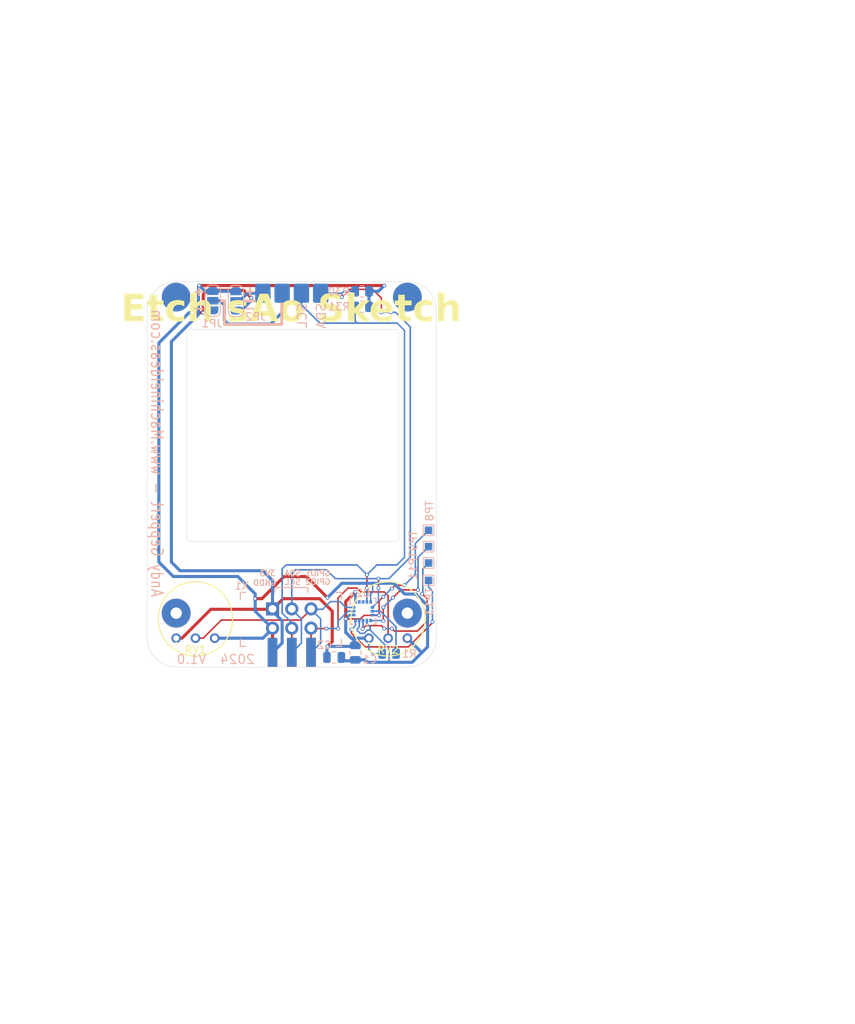
<source format=kicad_pcb>
(kicad_pcb (version 20240108) (generator "pcbnew") (generator_version "8.0")
  (title_block (title "Etch sAo Sketch - PCB Layout") (date "2024-09-27") (rev "1.0") (company "Andy Geppert - Machine Ideas, LLC"))
  (layers (0 "F.Cu" signal) (31 "B.Cu" signal) (34 "B.Paste" user) (35 "F.Paste" user) (36 "B.SilkS" user "B.Silkscreen") (37 "F.SilkS" user "F.Silkscreen") (38 "B.Mask" user) (39 "F.Mask" user) (44 "Edge.Cuts" user))
  (net 0 "")
  (net 1 "VIN")
  (net 2 "Net-(U2-SDO{slash}SA0)")
  (net 3 "GND")
  (net 4 "Net-(U2-INT2)")
  (net 5 "/GPIO2")
  (net 6 "Net-(U2-INT1)")
  (net 7 "Net-(U2-ADC3)")
  (net 9 "/GPIO1")
  (net 11 "/SCL")
  (net 12 "/SDA")
  (net 13 "Net-(JP1-C)")
  (net 14 "Net-(JP2-C)")
  (footprint "Andy_Footprint_Library:POT_RES3_91A_TTE" (layer "F.Cu") (at 65.6082 146.1656)
    (property "Reference" "RV1" (at 2.54 1.524 0) (layer "F.SilkS"))
    (property "Value" "R_POT")
    (fp_circle (center 0 0.635) (end 0.0762 0.635) (stroke (width 0.1524)) (fill none) (layer "F.SilkS"))
    (fp_circle (center 2.54 -2.54) (end 7.4295 -2.54) (stroke (width 0.1524)) (fill none) (layer "F.SilkS"))
    (pad "1" thru_hole circle (at 0 0) (size 1.27 1.27) (drill 0.762) (layers "*.Cu" "*.Mask") (net 1 "VIN"))
    (pad "2" thru_hole circle (at 2.54 0) (size 1.27 1.27) (drill 0.762) (layers "*.Cu" "*.Mask") (net 9 "/GPIO1"))
    (pad "3" thru_hole circle (at 5.08 0) (size 1.27 1.27) (drill 0.762) (layers "*.Cu" "*.Mask") (net 3 "GND"))
  )
  (footprint "Andy_Footprint_Library:Badgelife-SAOv169-BADGE-2x3-Edge-Connect-no-front-text" (layer "F.Cu") (at 80.8482 143.5748)
    (property "Reference" "X1" (at -6.604 -4.318 0) (layer "B.SilkS") (effects (justify mirror)))
    (property "Value" "SAO_conn_SFH11-NBPC-D03-ST-BK")
    (fp_line (start -6.785 -3.45) (end -6.054 -3.45) (stroke (width 0.15)) (layer "B.SilkS"))
    (fp_line (start -6.785 -2.521) (end -6.785 -3.45) (stroke (width 0.15)) (layer "B.SilkS"))
    (fp_line (start -6.785 3.662) (end -6.785 2.733) (stroke (width 0.15)) (layer "B.SilkS"))
    (fp_line (start -6.054 3.662) (end -6.785 3.662) (stroke (width 0.15)) (layer "B.SilkS"))
    (fp_line (start -2.214 -3.451) (end -2.213 -4.085) (stroke (width 0.15)) (layer "B.SilkS"))
    (fp_line (start -2.213 -4.085) (end 2.105 -4.085) (stroke (width 0.15)) (layer "B.SilkS"))
    (fp_line (start 2.105 -4.085) (end 2.105 -3.451) (stroke (width 0.15)) (layer "B.SilkS"))
    (fp_line (start 6.55 -3.45) (end 5.819 -3.45) (stroke (width 0.15)) (layer "B.SilkS"))
    (fp_line (start 6.55 -2.521) (end 6.55 -3.45) (stroke (width 0.15)) (layer "B.SilkS"))
    (fp_line (start 6.55 3.662) (end 5.819 3.662) (stroke (width 0.15)) (layer "B.SilkS"))
    (fp_line (start 6.55 3.662) (end 6.55 2.733) (stroke (width 0.15)) (layer "B.SilkS"))
    (fp_text user "GPIO2" (at 3.429 -4.826 0) (layer "B.SilkS") (effects (font (size 0.75 0.75)) (justify mirror)))
    (fp_text user "GPIO1" (at 3.429 -5.969 0) (layer "B.SilkS") (effects (font (size 0.75 0.75)) (justify mirror)))
    (fp_text user "SCL" (at 0.127 -4.826 0) (layer "B.SilkS") (effects (font (size 0.75 0.75)) (justify mirror)))
    (fp_text user "3V3" (at -3.175 -5.969 0) (layer "B.SilkS") (effects (font (size 0.75 0.75)) (justify mirror)))
    (fp_text user "GNDD" (at -3.556 -4.699 0) (layer "B.SilkS") (effects (font (size 0.75 0.75)) (justify mirror)))
    (fp_text user "SDA" (at 0.127 -5.969 0) (layer "B.SilkS") (effects (font (size 0.75 0.75)) (justify mirror)))
    (pad "1" thru_hole rect (at -2.54 -1.27 270) (size 1.7272 1.7272) (drill 1.016) (layers "*.Cu" "*.Mask") (net 1 "VIN"))
    (pad "1" smd rect (at -2.54 4.445) (size 1.27 3.81) (layers "B.Cu" "B.Mask") (net 1 "VIN"))
    (pad "2" thru_hole circle (at -2.54 1.27 270) (size 1.7272 1.7272) (drill 1.016) (layers "*.Cu" "*.Mask") (net 3 "GND"))
    (pad "2" smd rect (at -2.54 4.445) (size 1.27 3.81) (layers "F.Cu" "F.Mask") (net 3 "GND"))
    (pad "3" thru_hole oval (at 0 -1.27 270) (size 1.7272 1.7272) (drill 1.016) (layers "*.Cu" "*.Mask") (net 12 "/SDA"))
    (pad "3" smd rect (at 0 4.445) (size 1.27 3.81) (layers "B.Cu" "B.Mask") (net 12 "/SDA"))
    (pad "4" thru_hole oval (at 0 1.27 270) (size 1.7272 1.7272) (drill 1.016) (layers "*.Cu" "*.Mask") (net 11 "/SCL"))
    (pad "4" smd rect (at 0 4.445) (size 1.27 3.81) (layers "F.Cu" "F.Mask") (net 11 "/SCL"))
    (pad "5" thru_hole circle (at 2.54 -1.27 270) (size 1.7272 1.7272) (drill 1.016) (layers "*.Cu" "*.Mask") (net 9 "/GPIO1"))
    (pad "5" smd rect (at 2.54 4.445) (size 1.27 3.81) (layers "B.Cu" "B.Mask") (net 9 "/GPIO1"))
    (pad "6" thru_hole circle (at 2.54 1.27 270) (size 1.7272 1.7272) (drill 1.016) (layers "*.Cu" "*.Mask") (net 5 "/GPIO2"))
    (pad "6" smd rect (at 2.54 4.445) (size 1.27 3.81) (layers "F.Cu" "F.Mask") (net 5 "/GPIO2"))
  )
  (footprint "Andy_Footprint_Library:POT_RES3_91A_TTE" (layer "F.Cu") (at 91.0082 146.1656)
    (property "Reference" "RV2" (at 2.54 1.524 0) (layer "F.SilkS"))
    (property "Value" "R_POT")
    (fp_circle (center 0 0.635) (end 0.0762 0.635) (stroke (width 0.1524)) (fill none) (layer "F.SilkS"))
    (fp_circle (center 2.54 -2.54) (end 7.4295 -2.54) (stroke (width 0.1524)) (fill none) (layer "F.SilkS"))
    (pad "1" thru_hole circle (at 0 0) (size 1.27 1.27) (drill 0.762) (layers "*.Cu" "*.Mask") (net 1 "VIN"))
    (pad "2" thru_hole circle (at 2.54 0) (size 1.27 1.27) (drill 0.762) (layers "*.Cu" "*.Mask") (net 5 "/GPIO2"))
    (pad "3" thru_hole circle (at 5.08 0) (size 1.27 1.27) (drill 0.762) (layers "*.Cu" "*.Mask") (net 3 "GND"))
  )
  (footprint "Jumper:SolderJumper-3_P1.3mm_Open_RoundedPad1.0x1.5mm_NumberLabels" (layer "B.Cu") (at 70.4342 101.6856 90)
    (property "Reference" "JP1" (at -3.0018 -0.1016 180) (layer "B.SilkS") (effects (justify mirror)))
    (property "Value" "SolderJumper_3_Open")
    (fp_line (start -1.4 -1) (end 1.4 -1) (stroke (width 0.12)) (layer "B.SilkS"))
    (fp_line (start 2.05 -0.3) (end 2.05 0.3) (stroke (width 0.12)) (layer "B.SilkS"))
    (fp_line (start -2.05 0.3) (end -2.05 -0.3) (stroke (width 0.12)) (layer "B.SilkS"))
    (fp_line (start 1.4 1) (end -1.4 1) (stroke (width 0.12)) (layer "B.SilkS"))
    (fp_arc (start 1.35 -1) (mid 1.844975 -0.794975) (end 2.05 -0.3) (stroke (width 0.12)) (layer "B.SilkS"))
    (fp_arc (start -2.05 -0.3) (mid -1.844975 -0.794975) (end -1.35 -1) (stroke (width 0.12)) (layer "B.SilkS"))
    (fp_arc (start 2.05 0.3) (mid 1.844975 0.794975) (end 1.35 1) (stroke (width 0.12)) (layer "B.SilkS"))
    (fp_arc (start -1.35 1) (mid -1.844975 0.794975) (end -2.05 0.3) (stroke (width 0.12)) (layer "B.SilkS"))
    (pad "1" smd custom (at -1.3 0 90) (size 1 0.5) (layers "B.Cu" "B.Mask") (net 3 "GND") (options (clearance outline) (anchor rect)) (primitives (gr_circle (center 0 -0.25) (end 0.5 -0.25) (width 0) (fill yes)) (gr_circle (center 0 0.25) (end 0.5 0.25) (width 0) (fill yes)) (gr_poly (pts (xy 0.55 -0.75) (xy 0 -0.75) (xy 0 0.75) (xy 0.55 0.75)) (width 0) (fill yes))))
    (pad "2" smd rect (at 0 0 90) (size 1 1.5) (layers "B.Cu" "B.Mask") (net 13 "Net-(JP1-C)"))
    (pad "3" smd custom (at 1.3 0 90) (size 1 0.5) (layers "B.Cu" "B.Mask") (net 1 "VIN") (options (clearance outline) (anchor rect)) (primitives (gr_circle (center 0 -0.25) (end 0.5 -0.25) (width 0) (fill yes)) (gr_circle (center 0 0.25) (end 0.5 0.25) (width 0) (fill yes)) (gr_poly (pts (xy 0 -0.75) (xy -0.55 -0.75) (xy -0.55 0.75) (xy 0 0.75)) (width 0) (fill yes))))
  )
  (footprint "Andy_Footprint_Library:LGA-16_3x3x1mm_STM" (layer "B.Cu") (at 90.2462 142.6096 -90)
    (property "Reference" "U2" (at -2.3876 0 0) (layer "B.SilkS") (effects (justify mirror)))
    (property "Value" "LIS3DHTR")
    (fp_line (start -1.7018 1.7018) (end -0.899411 1.7018) (stroke (width 0.1524)) (layer "B.SilkS"))
    (fp_line (start 0.899411 1.7018) (end 1.7018 1.7018) (stroke (width 0.1524)) (layer "B.SilkS"))
    (fp_line (start 1.7018 1.7018) (end 1.7018 1.399413) (stroke (width 0.1524)) (layer "B.SilkS"))
    (fp_line (start -1.7018 1.399413) (end -1.7018 1.7018) (stroke (width 0.1524)) (layer "B.SilkS"))
    (fp_line (start 1.7018 -1.399413) (end 1.7018 -1.7018) (stroke (width 0.1524)) (layer "B.SilkS"))
    (fp_line (start -1.7018 -1.7018) (end -1.7018 -1.399413) (stroke (width 0.1524)) (layer "B.SilkS"))
    (fp_line (start -0.899411 -1.7018) (end -1.7018 -1.7018) (stroke (width 0.1524)) (layer "B.SilkS"))
    (fp_line (start 1.7018 -1.7018) (end 0.899411 -1.7018) (stroke (width 0.1524)) (layer "B.SilkS"))
    (fp_poly (pts (xy 1.908 -0.309499) (xy 1.908 -0.690499) (xy 1.654 -0.690499) (xy 1.654 -0.309499)) (fill solid) (layer "B.SilkS"))
    (fp_text user "*" (at -2.5146 1.524 180) (layer "B.SilkS") (effects (justify mirror)))
    (pad "1" smd rect (at -1.224999 1.000001 180) (size 0.3556 0.4572) (layers "B.Cu" "B.Paste" "B.Mask") (net 1 "VIN"))
    (pad "2" smd rect (at -1.224999 0.499999 180) (size 0.3556 0.4572) (layers "B.Cu" "B.Paste" "B.Mask"))
    (pad "3" smd rect (at -1.224999 0 180) (size 0.3556 0.4572) (layers "B.Cu" "B.Paste" "B.Mask"))
    (pad "4" smd rect (at -1.224999 -0.499999 180) (size 0.3556 0.4572) (layers "B.Cu" "B.Paste" "B.Mask") (net 11 "/SCL"))
    (pad "5" smd rect (at -1.224999 -1.000001 180) (size 0.3556 0.4572) (layers "B.Cu" "B.Paste" "B.Mask") (net 3 "GND"))
    (pad "6" smd rect (at -0.499999 -1.224999 270) (size 0.3556 0.4572) (layers "B.Cu" "B.Paste" "B.Mask") (net 12 "/SDA"))
    (pad "7" smd rect (at 0 -1.224999 270) (size 0.3556 0.4572) (layers "B.Cu" "B.Paste" "B.Mask") (net 2 "Net-(U2-SDO{slash}SA0)"))
    (pad "8" smd rect (at 0.499999 -1.224999 270) (size 0.3556 0.4572) (layers "B.Cu" "B.Paste" "B.Mask") (net 1 "VIN"))
    (pad "9" smd rect (at 1.224999 -1.000001 180) (size 0.3556 0.4572) (layers "B.Cu" "B.Paste" "B.Mask") (net 4 "Net-(U2-INT2)"))
    (pad "10" smd rect (at 1.224999 -0.499999 180) (size 0.3556 0.4572) (layers "B.Cu" "B.Paste" "B.Mask") (net 3 "GND"))
    (pad "11" smd rect (at 1.224999 0 180) (size 0.3556 0.4572) (layers "B.Cu" "B.Paste" "B.Mask") (net 6 "Net-(U2-INT1)"))
    (pad "12" smd rect (at 1.224999 0.499999 180) (size 0.3556 0.4572) (layers "B.Cu" "B.Paste" "B.Mask") (net 3 "GND"))
    (pad "13" smd rect (at 1.224999 1.000001 180) (size 0.3556 0.4572) (layers "B.Cu" "B.Paste" "B.Mask") (net 7 "Net-(U2-ADC3)"))
    (pad "14" smd rect (at 0.499999 1.224999 270) (size 0.3556 0.4572) (layers "B.Cu" "B.Paste" "B.Mask") (net 1 "VIN"))
    (pad "15" smd rect (at 0 1.224999 270) (size 0.3556 0.4572) (layers "B.Cu" "B.Paste" "B.Mask") (net 5 "/GPIO2"))
    (pad "16" smd rect (at -0.499999 1.224999 270) (size 0.3556 0.4572) (layers "B.Cu" "B.Paste" "B.Mask") (net 9 "/GPIO1"))
  )
  (footprint "TestPoint:TestPoint_Pad_1.0x1.0mm" (layer "B.Cu") (at 98.8822 131.9416 -90)
    (property "Reference" "TP8" (at -2.54 -0.127 90) (layer "B.SilkS") (effects (justify mirror)))
    (property "Value" "TestPoint")
    (fp_line (start -0.7 0.7) (end -0.7 -0.7) (stroke (width 0.12)) (layer "B.SilkS"))
    (fp_line (start 0.7 0.7) (end -0.7 0.7) (stroke (width 0.12)) (layer "B.SilkS"))
    (fp_line (start -0.7 -0.7) (end 0.7 -0.7) (stroke (width 0.12)) (layer "B.SilkS"))
    (fp_line (start 0.7 -0.7) (end 0.7 0.7) (stroke (width 0.12)) (layer "B.SilkS"))
    (pad "1" smd rect (at 0 0 270) (size 1 1) (layers "B.Cu" "B.Mask") (net 1 "VIN"))
  )
  (footprint "Resistor_SMD:R_0805_2012Metric" (layer "B.Cu") (at 90.1192 100.4456 180)
    (property "Reference" "R30" (at 3.048 -0.0508 0) (layer "B.SilkS") (effects (justify mirror)))
    (property "Value" "10K")
    (fp_line (start 0.227064 0.735) (end -0.227064 0.735) (stroke (width 0.12)) (layer "B.SilkS"))
    (fp_line (start 0.227064 -0.735) (end -0.227064 -0.735) (stroke (width 0.12)) (layer "B.SilkS"))
    (pad "1" smd roundrect (at -0.9125 0 180) (size 1.025 1.4) (layers "B.Cu" "B.Paste" "B.Mask") (roundrect_rratio 0.243902) (net 1 "VIN"))
    (pad "2" smd roundrect (at 0.9125 0 180) (size 1.025 1.4) (layers "B.Cu" "B.Paste" "B.Mask") (roundrect_rratio 0.243902) (net 12 "/SDA"))
  )
  (footprint "Andy_Footprint_Library:OLED_1.50_128x128" (layer "B.Cu") (at 80.8482 122.0356 180)
    (property "Reference" "X3" (hide yes))
    (property "Value" "OLED_128x128")
    (fp_line (start 13.843 -10.862) (end 13.843 16.062) (stroke (width 0.05)) (layer "Edge.Cuts"))
    (fp_line (start 13.335 16.57) (end -13.589 16.57) (stroke (width 0.05)) (layer "Edge.Cuts"))
    (fp_line (start -13.589 -11.37) (end 13.335 -11.37) (stroke (width 0.05)) (layer "Edge.Cuts"))
    (fp_line (start -14.097 16.062) (end -14.097 -10.862) (stroke (width 0.05)) (layer "Edge.Cuts"))
    (fp_arc (start 13.843 16.062) (mid 13.69421 16.42121) (end 13.335 16.57) (stroke (width 0.05)) (layer "Edge.Cuts"))
    (fp_arc (start 13.335 -11.37) (mid 13.69421 -11.22121) (end 13.843 -10.862) (stroke (width 0.05)) (layer "Edge.Cuts"))
    (fp_arc (start -13.589 16.57) (mid -13.94821 16.42121) (end -14.097 16.062) (stroke (width 0.05)) (layer "Edge.Cuts"))
    (fp_arc (start -14.097 -10.862) (mid -13.94821 -11.22121) (end -13.589 -11.37) (stroke (width 0.05)) (layer "Edge.Cuts"))
    (pad "1" smd roundrect (at 3.81 21.336 180) (size 2.032 2.54) (layers "B.Cu" "B.Paste" "B.Mask") (roundrect_rratio 0.125) (net 14 "Net-(JP2-C)"))
    (pad "2" smd roundrect (at 1.27 21.336 180) (size 2.032 2.54) (layers "B.Cu" "B.Paste" "B.Mask") (roundrect_rratio 0.125) (net 13 "Net-(JP1-C)"))
    (pad "3" smd roundrect (at -1.27 21.336 180) (size 2.032 2.54) (layers "B.Cu" "B.Paste" "B.Mask") (roundrect_rratio 0.125) (net 11 "/SCL"))
    (pad "4" smd roundrect (at -3.81 21.336 180) (size 2.032 2.54) (layers "B.Cu" "B.Paste" "B.Mask") (roundrect_rratio 0.125) (net 12 "/SDA"))
    (pad "NC" thru_hole circle (at -15.24 -20.828 180) (size 3.81 3.81) (drill 1.5) (layers "*.Cu" "*.Mask"))
    (pad "NC" smd circle (at -15.24 20.828 180) (size 3.81 3.81) (layers "B.Cu" "B.Paste" "B.Mask"))
    (pad "NC" thru_hole circle (at 15.24 -20.828 180) (size 3.81 3.81) (drill 1.5) (layers "*.Cu" "*.Mask"))
    (pad "NC" smd circle (at 15.24 20.828 180) (size 3.81 3.81) (layers "B.Cu" "B.Paste" "B.Mask"))
  )
  (footprint "Resistor_SMD:R_0805_2012Metric" (layer "B.Cu") (at 93.6752 148.1976)
    (property "Reference" "R1" (at 2.667 0 0) (layer "B.SilkS") (effects (justify mirror)))
    (property "Value" "10K")
    (fp_line (start 0.227064 -0.735) (end -0.227064 -0.735) (stroke (width 0.12)) (layer "B.SilkS"))
    (fp_line (start 0.227064 0.735) (end -0.227064 0.735) (stroke (width 0.12)) (layer "B.SilkS"))
    (pad "1" smd roundrect (at -0.9125 0) (size 1.025 1.4) (layers "B.Cu" "B.Paste" "B.Mask") (roundrect_rratio 0.243902) (net 1 "VIN"))
    (pad "2" smd roundrect (at 0.9125 0) (size 1.025 1.4) (layers "B.Cu" "B.Paste" "B.Mask") (roundrect_rratio 0.243902) (net 2 "Net-(U2-SDO{slash}SA0)"))
  )
  (footprint "Resistor_SMD:R_0805_2012Metric" (layer "B.Cu") (at 90.1192 102.4776 180)
    (property "Reference" "R31" (at 3.048 0 0) (layer "B.SilkS") (effects (justify mirror)))
    (property "Value" "10K")
    (fp_line (start 0.227064 0.735) (end -0.227064 0.735) (stroke (width 0.12)) (layer "B.SilkS"))
    (fp_line (start 0.227064 -0.735) (end -0.227064 -0.735) (stroke (width 0.12)) (layer "B.SilkS"))
    (pad "1" smd roundrect (at -0.9125 0 180) (size 1.025 1.4) (layers "B.Cu" "B.Paste" "B.Mask") (roundrect_rratio 0.243902) (net 1 "VIN"))
    (pad "2" smd roundrect (at 0.9125 0 180) (size 1.025 1.4) (layers "B.Cu" "B.Paste" "B.Mask") (roundrect_rratio 0.243902) (net 11 "/SCL"))
  )
  (footprint "Capacitor_SMD:C_0805_2012Metric" (layer "B.Cu") (at 89.2302 148.0706 -90)
    (property "Reference" "C1" (at 0.889 -1.905 180) (layer "B.SilkS") (effects (justify mirror)))
    (property "Value" "0.1uF")
    (fp_line (start 0.261252 0.735) (end -0.261252 0.735) (stroke (width 0.12)) (layer "B.SilkS"))
    (fp_line (start 0.261252 -0.735) (end -0.261252 -0.735) (stroke (width 0.12)) (layer "B.SilkS"))
    (pad "1" smd roundrect (at -0.95 0 270) (size 1 1.45) (layers "B.Cu" "B.Paste" "B.Mask") (net 1 "VIN"))
    (pad "2" smd roundrect (at 0.95 0 270) (size 1 1.45) (layers "B.Cu" "B.Paste" "B.Mask") (net 3 "GND"))
  )
  (footprint "Capacitor_SMD:C_0805_2012Metric" (layer "B.Cu") (at 86.4362 148.7056)
    (property "Reference" "C2" (at -1.27 -1.651 0) (layer "B.SilkS") (effects (justify mirror)))
    (property "Value" "10uF")
    (fp_line (start 0.261252 -0.735) (end -0.261252 -0.735) (stroke (width 0.12)) (layer "B.SilkS"))
    (fp_line (start 0.261252 0.735) (end -0.261252 0.735) (stroke (width 0.12)) (layer "B.SilkS"))
    (pad "1" smd roundrect (at -0.95 0) (size 1 1.45) (layers "B.Cu" "B.Paste" "B.Mask") (net 1 "VIN"))
    (pad "2" smd roundrect (at 0.95 0) (size 1 1.45) (layers "B.Cu" "B.Paste" "B.Mask") (net 3 "GND"))
  )
  (footprint "TestPoint:TestPoint_Pad_1.0x1.0mm" (layer "B.Cu") (at 98.8822 138.5456 -90)
    (property "Reference" "TP13" (at 2.794 -0.127 90) (layer "B.SilkS") (effects (justify mirror)))
    (property "Value" "TestPoint")
    (fp_line (start -0.7 0.7) (end -0.7 -0.7) (stroke (width 0.12)) (layer "B.SilkS"))
    (fp_line (start 0.7 0.7) (end -0.7 0.7) (stroke (width 0.12)) (layer "B.SilkS"))
    (fp_line (start -0.7 -0.7) (end 0.7 -0.7) (stroke (width 0.12)) (layer "B.SilkS"))
    (fp_line (start 0.7 -0.7) (end 0.7 0.7) (stroke (width 0.12)) (layer "B.SilkS"))
    (pad "1" smd rect (at 0 0 270) (size 1 1) (layers "B.Cu" "B.Mask") (net 7 "Net-(U2-ADC3)"))
  )
  (footprint "TestPoint:TestPoint_Pad_1.0x1.0mm" (layer "B.Cu") (at 98.8822 136.2596 -90)
    (property "Reference" "TP11" (at 0.381 2.032 90) (layer "B.SilkS") (effects (justify mirror)))
    (property "Value" "TestPoint")
    (fp_line (start -0.7 0.7) (end -0.7 -0.7) (stroke (width 0.12)) (layer "B.SilkS"))
    (fp_line (start 0.7 0.7) (end -0.7 0.7) (stroke (width 0.12)) (layer "B.SilkS"))
    (fp_line (start -0.7 -0.7) (end 0.7 -0.7) (stroke (width 0.12)) (layer "B.SilkS"))
    (fp_line (start 0.7 -0.7) (end 0.7 0.7) (stroke (width 0.12)) (layer "B.SilkS"))
    (pad "1" smd rect (at 0 0 270) (size 1 1) (layers "B.Cu" "B.Mask") (net 6 "Net-(U2-INT1)"))
  )
  (footprint "TestPoint:TestPoint_Pad_1.0x1.0mm" (layer "B.Cu") (at 98.8822 134.1006 -90)
    (property "Reference" "TP9" (at -0.762 2.032 90) (layer "B.SilkS") (effects (justify mirror)))
    (property "Value" "TestPoint")
    (fp_line (start -0.7 0.7) (end -0.7 -0.7) (stroke (width 0.12)) (layer "B.SilkS"))
    (fp_line (start 0.7 0.7) (end -0.7 0.7) (stroke (width 0.12)) (layer "B.SilkS"))
    (fp_line (start -0.7 -0.7) (end 0.7 -0.7) (stroke (width 0.12)) (layer "B.SilkS"))
    (fp_line (start 0.7 -0.7) (end 0.7 0.7) (stroke (width 0.12)) (layer "B.SilkS"))
    (pad "1" smd rect (at 0 0 270) (size 1 1) (layers "B.Cu" "B.Mask") (net 4 "Net-(U2-INT2)"))
  )
  (footprint "Jumper:SolderJumper-3_P1.3mm_Open_RoundedPad1.0x1.5mm_NumberLabels" (layer "B.Cu") (at 73.4822 101.7156 90)
    (property "Reference" "JP2" (at -2.0828 2.5908 0) (layer "B.SilkS") (effects (justify mirror)))
    (property "Value" "SolderJumper_3_Open")
    (fp_line (start -1.4 -1) (end 1.4 -1) (stroke (width 0.12)) (layer "B.SilkS"))
    (fp_line (start 2.05 -0.3) (end 2.05 0.3) (stroke (width 0.12)) (layer "B.SilkS"))
    (fp_line (start -2.05 0.3) (end -2.05 -0.3) (stroke (width 0.12)) (layer "B.SilkS"))
    (fp_line (start 1.4 1) (end -1.4 1) (stroke (width 0.12)) (layer "B.SilkS"))
    (fp_arc (start 1.35 -1) (mid 1.844975 -0.794975) (end 2.05 -0.3) (stroke (width 0.12)) (layer "B.SilkS"))
    (fp_arc (start -2.05 -0.3) (mid -1.844975 -0.794975) (end -1.35 -1) (stroke (width 0.12)) (layer "B.SilkS"))
    (fp_arc (start 2.05 0.3) (mid 1.844975 0.794975) (end 1.35 1) (stroke (width 0.12)) (layer "B.SilkS"))
    (fp_arc (start -1.35 1) (mid -1.844975 0.794975) (end -2.05 0.3) (stroke (width 0.12)) (layer "B.SilkS"))
    (pad "1" smd custom (at -1.3 0 90) (size 1 0.5) (layers "B.Cu" "B.Mask") (net 3 "GND") (options (clearance outline) (anchor rect)) (primitives (gr_circle (center 0 -0.25) (end 0.5 -0.25) (width 0) (fill yes)) (gr_circle (center 0 0.25) (end 0.5 0.25) (width 0) (fill yes)) (gr_poly (pts (xy 0.55 -0.75) (xy 0 -0.75) (xy 0 0.75) (xy 0.55 0.75)) (width 0) (fill yes))))
    (pad "2" smd rect (at 0 0 90) (size 1 1.5) (layers "B.Cu" "B.Mask") (net 14 "Net-(JP2-C)"))
    (pad "3" smd custom (at 1.3 0 90) (size 1 0.5) (layers "B.Cu" "B.Mask") (net 1 "VIN") (options (clearance outline) (anchor rect)) (primitives (gr_circle (center 0 -0.25) (end 0.5 -0.25) (width 0) (fill yes)) (gr_circle (center 0 0.25) (end 0.5 0.25) (width 0) (fill yes)) (gr_poly (pts (xy 0 -0.75) (xy -0.55 -0.75) (xy -0.55 0.75) (xy 0 0.75)) (width 0) (fill yes))))
  )
  (gr_line (start 71.9836 104.8144) (end 79.5274 104.8144) (stroke (width 0.381)) (layer "B.SilkS"))
  (gr_line (start 71.5518 101.6902) (end 71.9836 101.6902) (stroke (width 0.381)) (layer "B.SilkS"))
  (gr_line (start 71.9836 101.6902) (end 71.9836 104.8144) (stroke (width 0.381)) (layer "B.SilkS"))
  (gr_line (start 74.6252 101.7156) (end 75.9206 101.7156) (stroke (width 0.381)) (layer "B.SilkS"))
  (gr_line (start 79.5274 104.8144) (end 79.5274 102.0966) (stroke (width 0.381)) (layer "B.SilkS"))
  (gr_line (start 99.8982 102.9856) (end 99.8982 146.1656) (stroke (width 0.05)) (layer "Edge.Cuts"))
  (gr_arc (start 61.7982 102.9856) (mid 62.914123 100.291523) (end 65.6082 99.1756) (stroke (width 0.05)) (layer "Edge.Cuts"))
  (gr_line (start 61.7982 146.1656) (end 61.7982 102.9856) (stroke (width 0.05)) (layer "Edge.Cuts"))
  (gr_arc (start 96.0882 99.1756) (mid 98.782277 100.291523) (end 99.8982 102.9856) (stroke (width 0.05)) (layer "Edge.Cuts"))
  (gr_line (start 65.6082 149.9756) (end 96.0882 149.9756) (stroke (width 0.05)) (layer "Edge.Cuts"))
  (gr_arc (start 99.8982 146.1656) (mid 98.782277 148.859677) (end 96.0882 149.9756) (stroke (width 0.05)) (layer "Edge.Cuts"))
  (gr_arc (start 65.6082 149.9756) (mid 62.914123 148.859677) (end 61.7982 146.1656) (stroke (width 0.05)) (layer "Edge.Cuts"))
  (gr_line (start 65.6082 99.1756) (end 96.0882 99.1756) (stroke (width 0.05)) (layer "Edge.Cuts"))
  (gr_text "-" (at 75.311 102.8078 -180) (layer "B.SilkS") (effects (font (size 1.2 1.2) (thickness 0.254)) (justify mirror)))
  (gr_text "SCL" (at 82.2198 103.646 90) (layer "B.SilkS") (effects (font (size 1.2 1.2) (thickness 0.1524)) (justify mirror)))
  (gr_text "SDA" (at 84.7344 103.6714 90) (layer "B.SilkS") (effects (font (size 1.2 1.2) (thickness 0.1524)) (justify mirror)))
  (gr_text "+" (at 75.3364 100.3948 0) (layer "B.SilkS") (effects (font (size 1.2 1.2) (thickness 0.254)) (justify mirror)))
  (gr_text "+" (at 68.6308 100.4202 0) (layer "B.SilkS") (effects (font (size 1.2 1.2) (thickness 0.254)) (justify mirror)))
  (gr_text "2024  V1.0" (at 70.8152 148.9596 0) (layer "B.SilkS") (effects (font (size 1.2 1.2)) (justify mirror)))
  (gr_text "-" (at 68.6054 102.8332 -180) (layer "B.SilkS") (effects (font (size 1.2 1.2) (thickness 0.254)) (justify mirror)))
  (gr_text "Andy Geppert - www.MachineIdeas.com" (at 63.0682 121.7816 270) (layer "B.SilkS") (effects (font (size 1.524 1.27) (thickness 0.1778)) (justify mirror)))
  (gr_text "Etch sAo Sketch" (at 80.772 104.9922 0) (layer "F.SilkS") (effects (font (size 3.556 3.556) (thickness 0.508) (bold yes)) (justify bottom)))
  (segment (start 93.0402 99.6836) (end 68.6562 99.6836) (width 0.4064) (layer "F.Cu") (net 1))
  (segment (start 92.363489 141.254311) (end 92.9132 140.7046) (width 0.2032) (layer "F.Cu") (net 1))
  (segment (start 95.7072 139.1806) (end 94.509042 139.1806) (width 0.2032) (layer "F.Cu") (net 1))
  (segment (start 87.9602 143.6256) (end 89.916 143.6256) (width 0.2032) (layer "F.Cu") (net 1))
  (segment (start 89.916 143.6256) (end 90.382289 143.159311) (width 0.2032) (layer "F.Cu") (net 1))
  (segment (start 70.1802 142.3556) (end 78.3082 142.3556) (width 0.4064) (layer "F.Cu") (net 1))
  (segment (start 65.6082 146.1656) (end 66.3702 146.1656) (width 0.4064) (layer "F.Cu") (net 1))
  (segment (start 86.1822 146.6126) (end 86.1822 142.6096) (width 0.4064) (layer "F.Cu") (net 1))
  (segment (start 85.5472 147.2476) (end 86.1822 146.6126) (width 0.4064) (layer "F.Cu") (net 1))
  (segment (start 66.3702 146.1656) (end 70.1802 142.3556) (width 0.4064) (layer "F.Cu") (net 1))
  (segment (start 92.363489 143.159311) (end 92.363489 141.254311) (width 0.2032) (layer "F.Cu") (net 1))
  (segment (start 94.509042 139.1806) (end 94.0562 139.633442) (width 0.2032) (layer "F.Cu") (net 1))
  (segment (start 86.1822 142.6096) (end 84.5312 140.9586) (width 0.4064) (layer "F.Cu") (net 1))
  (segment (start 79.7052 140.9586) (end 78.3082 142.3556) (width 0.4064) (layer "F.Cu") (net 1))
  (segment (start 84.5312 140.9586) (end 79.7052 140.9586) (width 0.4064) (layer "F.Cu") (net 1))
  (segment (start 90.382289 143.159311) (end 92.363489 143.159311) (width 0.2032) (layer "F.Cu") (net 1))
  (segment (start 87.9602 143.6256) (end 87.9602 141.3396) (width 0.4064) (layer "F.Cu") (net 1))
  (segment (start 87.9602 141.3396) (end 89.2302 140.0696) (width 0.4064) (layer "F.Cu") (net 1))
  (via (at 95.7072 139.1806) (size 0.508) (drill 0.3048) (layers "F.Cu" "B.Cu") (net 1))
  (via (at 94.0562 139.633442) (size 0.508) (drill 0.3048) (layers "F.Cu" "B.Cu") (net 1))
  (via (at 87.9602 143.6256) (size 0.508) (drill 0.3048) (layers "F.Cu" "B.Cu") (net 1))
  (via (at 85.5472 147.2476) (size 0.508) (drill 0.3048) (layers "F.Cu" "B.Cu") (net 1))
  (via (at 89.2302 140.0696) (size 0.508) (drill 0.3048) (layers "F.Cu" "B.Cu") (net 1))
  (via (at 92.9132 140.7046) (size 0.508) (drill 0.3048) (layers "F.Cu" "B.Cu") (net 1))
  (via (at 92.363489 143.159311) (size 0.508) (drill 0.3048) (layers "F.Cu" "B.Cu") (net 1))
  (via (at 68.6562 99.6836) (size 0.508) (drill 0.3048) (layers "F.Cu" "B.Cu") (net 1))
  (via (at 93.0402 99.6836) (size 0.508) (drill 0.3048) (layers "F.Cu" "B.Cu") (net 1))
  (segment (start 91.0317 100.4456) (end 91.0317 102.4776) (width 0.4064) (layer "B.Cu") (net 1))
  (segment (start 91.5162 148.1976) (end 92.7627 148.1976) (width 0.2032) (layer "B.Cu") (net 1))
  (segment (start 88.7222 146.1656) (end 91.0082 146.1656) (width 0.4064) (layer "B.Cu") (net 1))
  (segment (start 91.471199 143.109599) (end 92.313777 143.109599) (width 0.2032) (layer "B.Cu") (net 1))
  (segment (start 78.3082 138.5456) (end 78.3082 142.3556) (width 0.4064) (layer "B.Cu") (net 1))
  (segment (start 69.4182 100.4456) (end 73.1682 100.4456) (width 0.4064) (layer "B.Cu") (net 1))
  (segment (start 92.313777 143.109599) (end 92.363489 143.159311) (width 0.2032) (layer "B.Cu") (net 1))
  (segment (start 89.2302 146.6736) (end 87.9602 145.4036) (width 0.4064) (layer "B.Cu") (net 1))
  (segment (start 87.9602 145.4036) (end 87.9602 144.6181) (width 0.4064) (layer "B.Cu") (net 1))
  (segment (start 94.0562 139.633442) (end 93.984358 139.633442) (width 0.2032) (layer "B.Cu") (net 1))
  (segment (start 88.476201 143.109599) (end 87.9602 143.6256) (width 0.3048) (layer "B.Cu") (net 1))
  (segment (start 89.2302 147.1206) (end 89.2302 146.6736) (width 0.4064) (layer "B.Cu") (net 1))
  (segment (start 79.5782 143.8796) (end 79.5782 146.8006) (width 0.4064) (layer "B.Cu") (net 1))
  (segment (start 91.0082 146.1656) (end 91.0082 147.6896) (width 0.2032) (layer "B.Cu") (net 1))
  (segment (start 64.9732 107.075) (end 64.9732 136.1326) (width 0.4064) (layer "B.Cu") (net 1))
  (segment (start 89.1032 147.2476) (end 89.2302 147.1206) (width 0.4064) (layer "B.Cu") (net 1))
  (segment (start 89.2302 140.5776) (end 89.2302 141.368602) (width 0.3048) (layer "B.Cu") (net 1))
  (segment (start 97.138017 137.749783) (end 95.7072 139.1806) (width 0.2032) (layer "B.Cu") (net 1))
  (segment (start 87.9602 143.6256) (end 87.9602 144.6181) (width 0.4064) (layer "B.Cu") (net 1))
  (segment (start 78.3082 142.6096) (end 79.5782 143.8796) (width 0.4064) (layer "B.Cu") (net 1))
  (segment (start 64.9732 136.1326) (end 66.1162 137.2756) (width 0.4064) (layer "B.Cu") (net 1))
  (segment (start 68.6562 99.6836) (end 68.5546 99.7852) (width 0.4064) (layer "B.Cu") (net 1))
  (segment (start 77.0382 137.2756) (end 78.3082 138.5456) (width 0.4064) (layer "B.Cu") (net 1))
  (segment (start 68.5546 103.4936) (end 64.9732 107.075) (width 0.4064) (layer "B.Cu") (net 1))
  (segment (start 91.0082 147.6896) (end 91.5162 148.1976) (width 0.2032) (layer "B.Cu") (net 1))
  (segment (start 85.5472 147.2476) (end 89.1032 147.2476) (width 0.4064) (layer "B.Cu") (net 1))
  (segment (start 85.5472 147.2476) (end 85.4862 147.3086) (width 0.4064) (layer "B.Cu") (net 1))
  (segment (start 97.138017 133.685783) (end 97.138017 137.749783) (width 0.2032) (layer "B.Cu") (net 1))
  (segment (start 92.2782 100.4456) (end 91.0317 100.4456) (width 0.4064) (layer "B.Cu") (net 1))
  (segment (start 85.4862 147.3086) (end 85.4862 148.7056) (width 0.4064) (layer "B.Cu") (net 1))
  (segment (start 68.5546 99.7852) (end 68.5546 103.4936) (width 0.4064) (layer "B.Cu") (net 1))
  (segment (start 93.0402 99.6836) (end 92.2782 100.4456) (width 0.4064) (layer "B.Cu") (net 1))
  (segment (start 98.8822 131.9416) (end 97.138017 133.685783) (width 0.2032) (layer "B.Cu") (net 1))
  (segment (start 93.984358 139.633442) (end 92.9132 140.7046) (width 0.2032) (layer "B.Cu") (net 1))
  (segment (start 89.021201 143.109599) (end 88.476201 143.109599) (width 0.3048) (layer "B.Cu") (net 1))
  (segment (start 89.2302 140.0696) (end 89.2302 140.5776) (width 0.4064) (layer "B.Cu") (net 1))
  (segment (start 79.5782 146.8006) (end 78.3082 148.0706) (width 0.4064) (layer "B.Cu") (net 1))
  (segment (start 68.6562 99.6836) (end 69.4182 100.4456) (width 0.4064) (layer "B.Cu") (net 1))
  (segment (start 78.3082 142.3556) (end 78.3082 142.6096) (width 0.4064) (layer "B.Cu") (net 1))
  (segment (start 66.1162 137.2756) (end 77.0382 137.2756) (width 0.4064) (layer "B.Cu") (net 1))
  (segment (start 87.9602 145.4036) (end 88.7222 146.1656) (width 0.4064) (layer "B.Cu") (net 1))
  (segment (start 91.471199 142.6096) (end 92.5322 142.6096) (width 0.2032) (layer "B.Cu") (net 2))
  (segment (start 94.5877 144.6651) (end 94.5877 148.1976) (width 0.2032) (layer "B.Cu") (net 2))
  (segment (start 92.5322 142.6096) (end 94.5877 144.6651) (width 0.2032) (layer "B.Cu") (net 2))
  (segment (start 69.1642 103.265) (end 69.1642 100.903332) (width 0.4064) (layer "F.Cu") (net 3))
  (segment (start 67.7418 103.265) (end 69.1642 103.265) (width 0.4064) (layer "F.Cu") (net 3))
  (segment (start 69.748932 100.3186) (end 74.5236 100.3186) (width 0.4064) (layer "F.Cu") (net 3))
  (segment (start 78.3082 144.8956) (end 78.3082 148.0706) (width 0.4064) (layer "F.Cu") (net 3))
  (segment (start 76.9112 140.9586) (end 79.8322 138.0376) (width 0.4064) (layer "F.Cu") (net 3))
  (segment (start 69.1642 100.903332) (end 69.748932 100.3186) (width 0.4064) (layer "F.Cu") (net 3))
  (segment (start 82.7532 138.0376) (end 85.5472 140.8316) (width 0.4064) (layer "F.Cu") (net 3))
  (segment (start 76.0222 140.9586) (end 76.9112 140.9586) (width 0.4064) (layer "F.Cu") (net 3))
  (segment (start 74.5236 100.3186) (end 75.5142 101.3092) (width 0.4064) (layer "F.Cu") (net 3))
  (segment (start 79.8322 138.0376) (end 82.7532 138.0376) (width 0.4064) (layer "F.Cu") (net 3))
  (via (at 85.5472 140.8316) (size 0.508) (drill 0.3048) (layers "F.Cu" "B.Cu") (net 3))
  (via (at 69.1642 103.265) (size 0.508) (drill 0.3048) (layers "F.Cu" "B.Cu") (net 3))
  (via (at 76.0222 140.9586) (size 0.508) (drill 0.3048) (layers "F.Cu" "B.Cu") (net 3))
  (via (at 67.7418 103.265) (size 0.508) (drill 0.3048) (layers "F.Cu" "B.Cu") (net 3))
  (via (at 75.5142 101.3092) (size 0.508) (drill 0.3048) (layers "F.Cu" "B.Cu") (net 3))
  (segment (start 90.746199 144.248997) (end 91.192318 144.695116) (width 0.2032) (layer "B.Cu") (net 3))
  (segment (start 89.746201 143.834599) (end 89.746201 144.677178) (width 0.2032) (layer "B.Cu") (net 3))
  (segment (start 73.7362 138.0376) (end 76.0222 140.3236) (width 0.4064) (layer "B.Cu") (net 3))
  (segment (start 91.246201 140.339599) (end 91.246201 141.384601) (width 0.2032) (layer "B.Cu") (net 3))
  (segment (start 91.5162 138.9266) (end 91.5162 140.0696) (width 0.2032) (layer "B.Cu") (net 3))
  (segment (start 87.4522 138.9266) (end 91.5162 138.9266) (width 0.4064) (layer "B.Cu") (net 3))
  (segment (start 94.3102 138.9266) (end 95.7326 140.349) (width 0.4064) (layer "B.Cu") (net 3))
  (segment (start 90.8202 149.3406) (end 93.6752 149.3406) (width 0.4064) (layer "B.Cu") (net 3))
  (segment (start 63.3222 107.2528) (end 63.3222 136.1326) (width 0.4064) (layer "B.Cu") (net 3))
  (segment (start 63.3222 136.1326) (end 65.2272 138.0376) (width 0.4064) (layer "B.Cu") (net 3))
  (segment (start 65.2272 138.0376) (end 73.7362 138.0376) (width 0.4064) (layer "B.Cu") (net 3))
  (segment (start 97.204086 140.349) (end 98.7552 141.900114) (width 0.4064) (layer "B.Cu") (net 3))
  (segment (start 91.192318 145.092482) (end 93.6752 147.575364) (width 0.2032) (layer "B.Cu") (net 3))
  (segment (start 90.385964 145.5306) (end 90.824082 145.092482) (width 0.2032) (layer "B.Cu") (net 3))
  (segment (start 69.4936 103.265) (end 69.773 102.9856) (width 0.4064) (layer "B.Cu") (net 3))
  (segment (start 93.6752 147.575364) (end 93.6752 149.3406) (width 0.2032) (layer "B.Cu") (net 3))
  (segment (start 70.6882 146.1656) (end 77.0382 146.1656) (width 0.4064) (layer "B.Cu") (net 3))
  (segment (start 76.0222 140.3236) (end 76.0222 140.9586) (width 0.4064) (layer "B.Cu") (net 3))
  (segment (start 85.5472 140.8316) (end 87.4522 138.9266) (width 0.4064) (layer "B.Cu") (net 3))
  (segment (start 89.8652 145.5306) (end 90.385964 145.5306) (width 0.2032) (layer "B.Cu") (net 3))
  (segment (start 90.824082 145.092482) (end 91.192318 145.092482) (width 0.2032) (layer "B.Cu") (net 3))
  (segment (start 95.7326 140.349) (end 97.204086 140.349) (width 0.4064) (layer "B.Cu") (net 3))
  (segment (start 90.746199 143.834599) (end 90.746199 144.248997) (width 0.2032) (layer "B.Cu") (net 3))
  (segment (start 89.4842 144.939179) (end 89.4842 145.1496) (width 0.2032) (layer "B.Cu") (net 3))
  (segment (start 97.6122 148.4516) (end 96.7232 149.3406) (width 0.4064) (layer "B.Cu") (net 3))
  (segment (start 91.192318 144.695116) (end 91.192318 145.092482) (width 0.2032) (layer "B.Cu") (net 3))
  (segment (start 77.0382 146.1656) (end 78.3082 144.8956) (width 0.4064) (layer "B.Cu") (net 3))
  (segment (start 98.7552 147.3086) (end 97.6122 148.4516) (width 0.4064) (layer "B.Cu") (net 3))
  (segment (start 91.5162 140.0696) (end 91.246201 140.339599) (width 0.2032) (layer "B.Cu") (net 3))
  (segment (start 89.1032 149.1476) (end 87.1982 149.1476) (width 0.4064) (layer "B.Cu") (net 3))
  (segment (start 75.5142 101.6448) (end 74.1434 103.0156) (width 0.4064) (layer "B.Cu") (net 3))
  (segment (start 76.0222 142.6096) (end 78.3082 144.8956) (width 0.4064) (layer "B.Cu") (net 3))
  (segment (start 97.9932 148.0706) (end 97.6122 148.4516) (width 0.2032) (layer "B.Cu") (net 3))
  (segment (start 98.7552 141.900114) (end 98.7552 147.3086) (width 0.4064) (layer "B.Cu") (net 3))
  (segment (start 76.0222 140.9586) (end 76.0222 142.6096) (width 0.4064) (layer "B.Cu") (net 3))
  (segment (start 89.746201 144.677178) (end 89.4842 144.939179) (width 0.2032) (layer "B.Cu") (net 3))
  (segment (start 89.2302 149.0206) (end 89.1032 149.1476) (width 0.4064) (layer "B.Cu") (net 3))
  (segment (start 91.5162 138.9266) (end 94.3102 138.9266) (width 0.4064) (layer "B.Cu") (net 3))
  (segment (start 96.7232 149.3406) (end 93.6752 149.3406) (width 0.4064) (layer "B.Cu") (net 3))
  (segment (start 89.2302 149.0206) (end 90.5002 149.0206) (width 0.4064) (layer "B.Cu") (net 3))
  (segment (start 89.4842 145.1496) (end 89.8652 145.5306) (width 0.2032) (layer "B.Cu") (net 3))
  (segment (start 69.773 102.9856) (end 70.4342 102.9856) (width 0.4064) (layer "B.Cu") (net 3))
  (segment (start 74.1434 103.0156) (end 73.4822 103.0156) (width 0.4064) (layer "B.Cu") (net 3))
  (segment (start 67.7418 103.265) (end 67.31 103.265) (width 0.4064) (layer "B.Cu") (net 3))
  (segment (start 75.5142 101.3092) (end 75.5142 101.6448) (width 0.4064) (layer "B.Cu") (net 3))
  (segment (start 96.0882 146.1656) (end 97.9932 148.0706) (width 0.4064) (layer "B.Cu") (net 3))
  (segment (start 69.1642 103.265) (end 69.4936 103.265) (width 0.4064) (layer "B.Cu") (net 3))
  (segment (start 90.5002 149.0206) (end 90.8202 149.3406) (width 0.4064) (layer "B.Cu") (net 3))
  (segment (start 67.31 103.265) (end 63.3222 107.2528) (width 0.4064) (layer "B.Cu") (net 3))
  (segment (start 97.493617 139.801651) (end 95.213149 139.801651) (width 0.2032) (layer "F.Cu") (net 4))
  (segment (start 92.9132 143.8796) (end 92.9132 142.1016) (width 0.2032) (layer "F.Cu") (net 4))
  (segment (start 95.213149 139.801651) (end 94.1832 140.8316) (width 0.2032) (layer "F.Cu") (net 4))
  (via (at 92.9132 142.1016) (size 0.508) (drill 0.3048) (layers "F.Cu" "B.Cu") (net 4))
  (via (at 92.9132 143.8796) (size 0.508) (drill 0.3048) (layers "F.Cu" "B.Cu") (net 4))
  (via (at 97.493617 139.801651) (size 0.508) (drill 0.3048) (layers "F.Cu" "B.Cu") (net 4))
  (via (at 94.1832 140.8316) (size 0.508) (drill 0.3048) (layers "F.Cu" "B.Cu") (net 4))
  (segment (start 98.8822 134.1006) (end 97.493617 135.489183) (width 0.2032) (layer "B.Cu") (net 4))
  (segment (start 97.493617 135.489183) (end 97.493617 139.801651) (width 0.2032) (layer "B.Cu") (net 4))
  (segment (start 92.868199 143.834599) (end 92.9132 143.8796) (width 0.2032) (layer "B.Cu") (net 4))
  (segment (start 91.246201 143.834599) (end 92.868199 143.834599) (width 0.2032) (layer "B.Cu") (net 4))
  (segment (start 94.1832 140.8316) (end 92.9132 142.1016) (width 0.2032) (layer "B.Cu") (net 4))
  (segment (start 93.5482 140.5776) (end 93.5482 146.1656) (width 0.2032) (layer "F.Cu") (net 5))
  (segment (start 93.0402 140.0696) (end 93.5482 140.5776) (width 0.2032) (layer "F.Cu") (net 5))
  (segment (start 86.9442 140.875179) (end 88.257779 139.5616) (width 0.2032) (layer "F.Cu") (net 5))
  (segment (start 85.4202 144.8956) (end 83.3882 144.8956) (width 0.2032) (layer "F.Cu") (net 5))
  (segment (start 89.440621 139.5616) (end 89.948621 140.0696) (width 0.2032) (layer "F.Cu") (net 5))
  (segment (start 89.948621 140.0696) (end 93.0402 140.0696) (width 0.2032) (layer "F.Cu") (net 5))
  (segment (start 88.257779 139.5616) (end 89.440621 139.5616) (width 0.2032) (layer "F.Cu") (net 5))
  (segment (start 83.3882 144.8956) (end 83.3882 148.0706) (width 0.2032) (layer "F.Cu") (net 5))
  (segment (start 86.9442 144.8956) (end 86.9442 140.875179) (width 0.2032) (layer "F.Cu") (net 5))
  (via (at 86.9442 144.8956) (size 0.508) (drill 0.3048) (layers "F.Cu" "B.Cu") (net 5))
  (via (at 85.4202 144.8956) (size 0.508) (drill 0.3048) (layers "F.Cu" "B.Cu") (net 5))
  (segment (start 86.9442 144.8956) (end 85.4202 144.8956) (width 0.2032) (layer "B.Cu") (net 5))
  (segment (start 86.9442 144.8956) (end 86.9442 143.923179) (width 0.2032) (layer "B.Cu") (net 5))
  (segment (start 86.9442 143.923179) (end 88.257779 142.6096) (width 0.2032) (layer "B.Cu") (net 5))
  (segment (start 88.257779 142.6096) (end 89.021201 142.6096) (width 0.2032) (layer "B.Cu") (net 5))
  (segment (start 98.7044 140.987208) (end 98.7044 143.9304) (width 0.2032) (layer "F.Cu") (net 6))
  (segment (start 90.184571 144.93388) (end 90.603851 144.5146) (width 0.2032) (layer "F.Cu") (net 6))
  (segment (start 90.603851 144.5146) (end 92.6592 144.5146) (width 0.2032) (layer "F.Cu") (net 6))
  (segment (start 98.7044 143.9304) (end 97.409 145.2258) (width 0.2032) (layer "F.Cu") (net 6))
  (segment (start 94.3864 145.2258) (end 94.0562 144.8956) (width 0.2032) (layer "F.Cu") (net 6))
  (segment (start 97.409 145.2258) (end 94.3864 145.2258) (width 0.2032) (layer "F.Cu") (net 6))
  (segment (start 98.029696 140.312504) (end 98.7044 140.987208) (width 0.2032) (layer "F.Cu") (net 6))
  (segment (start 92.6592 144.5146) (end 93.0402 144.8956) (width 0.2032) (layer "F.Cu") (net 6))
  (via (at 93.0402 144.8956) (size 0.508) (drill 0.3048) (layers "F.Cu" "B.Cu") (net 6))
  (via (at 90.184571 144.93388) (size 0.508) (drill 0.3048) (layers "F.Cu" "B.Cu") (net 6))
  (via (at 98.029696 140.312504) (size 0.508) (drill 0.3048) (layers "F.Cu" "B.Cu") (net 6))
  (via (at 94.0562 144.8956) (size 0.508) (drill 0.3048) (layers "F.Cu" "B.Cu") (net 6))
  (segment (start 98.1282 140.214) (end 98.1282 137.0136) (width 0.2032) (layer "B.Cu") (net 6))
  (segment (start 93.0402 144.8956) (end 94.0562 144.8956) (width 0.2032) (layer "B.Cu") (net 6))
  (segment (start 98.1282 137.0136) (end 98.8822 136.2596) (width 0.2032) (layer "B.Cu") (net 6))
  (segment (start 90.2462 143.834599) (end 90.2462 144.872251) (width 0.2032) (layer "B.Cu") (net 6))
  (segment (start 98.029696 140.312504) (end 98.1282 140.214) (width 0.2032) (layer "B.Cu") (net 6))
  (segment (start 90.2462 144.872251) (end 90.184571 144.93388) (width 0.2032) (layer "B.Cu") (net 6))
  (segment (start 96.2152 147.3086) (end 99.3902 144.1336) (width 0.2032) (layer "F.Cu") (net 7))
  (segment (start 99.3902 144.1336) (end 99.3902 144.0066) (width 0.2032) (layer "F.Cu") (net 7))
  (segment (start 88.7222 145.5306) (end 90.5002 147.3086) (width 0.2032) (layer "F.Cu") (net 7))
  (segment (start 90.5002 147.3086) (end 96.2152 147.3086) (width 0.2032) (layer "F.Cu") (net 7))
  (segment (start 88.7222 145.0226) (end 88.7222 145.5306) (width 0.2032) (layer "F.Cu") (net 7))
  (via (at 88.7222 145.0226) (size 0.508) (drill 0.3048) (layers "F.Cu" "B.Cu") (net 7))
  (via (at 99.3902 144.0066) (size 0.508) (drill 0.3048) (layers "F.Cu" "B.Cu") (net 7))
  (segment (start 98.8822 139.4346) (end 98.8822 138.5456) (width 0.2032) (layer "B.Cu") (net 7))
  (segment (start 88.7222 145.0226) (end 89.246199 144.498601) (width 0.2032) (layer "B.Cu") (net 7))
  (segment (start 89.246199 144.498601) (end 89.246199 143.834599) (width 0.2032) (layer "B.Cu") (net 7))
  (segment (start 99.3902 139.9426) (end 98.8822 139.4346) (width 0.2032) (layer "B.Cu") (net 7))
  (segment (start 99.3902 144.0066) (end 99.3902 139.9426) (width 0.2032) (layer "B.Cu") (net 7))
  (segment (start 68.1482 146.1656) (end 69.1642 146.1656) (width 0.2032) (layer "F.Cu") (net 9))
  (segment (start 81.9658 143.778) (end 83.3882 142.3556) (width 0.2032) (layer "F.Cu") (net 9))
  (segment (start 69.1642 146.1656) (end 71.5518 143.778) (width 0.2032) (layer "F.Cu") (net 9))
  (segment (start 71.5518 143.778) (end 81.9658 143.778) (width 0.2032) (layer "F.Cu") (net 9))
  (segment (start 84.9122 142.3556) (end 83.3882 142.3556) (width 0.2032) (layer "B.Cu") (net 9))
  (segment (start 83.3882 142.3556) (end 84.6582 143.6256) (width 0.2032) (layer "B.Cu") (net 9))
  (segment (start 87.1982 141.3396) (end 85.9282 141.3396) (width 0.2032) (layer "B.Cu") (net 9))
  (segment (start 84.6582 143.6256) (end 84.6582 146.8006) (width 0.2032) (layer "B.Cu") (net 9))
  (segment (start 85.9282 141.3396) (end 84.9122 142.3556) (width 0.2032) (layer "B.Cu") (net 9))
  (segment (start 87.968201 142.109601) (end 87.1982 141.3396) (width 0.2032) (layer "B.Cu") (net 9))
  (segment (start 89.021201 142.109601) (end 87.968201 142.109601) (width 0.2032) (layer "B.Cu") (net 9))
  (segment (start 84.6582 146.8006) (end 83.3882 148.0706) (width 0.2032) (layer "B.Cu") (net 9))
  (segment (start 80.8482 144.8956) (end 80.8482 148.0706) (width 0.2032) (layer "F.Cu") (net 11))
  (segment (start 90.7542 139.553599) (end 90.746199 139.5616) (width 0.2032) (layer "F.Cu") (net 11))
  (segment (start 90.7542 137.809) (end 90.7542 139.553599) (width 0.2032) (layer "F.Cu") (net 11))
  (via (at 90.746199 139.5616) (size 0.508) (drill 0.3048) (layers "F.Cu" "B.Cu") (net 11))
  (via (at 90.7542 137.809) (size 0.508) (drill 0.3048) (layers "F.Cu" "B.Cu") (net 11))
  (segment (start 90.7542 137.809) (end 89.4588 136.5136) (width 0.2032) (layer "B.Cu") (net 11))
  (segment (start 95.7072 135.4976) (end 95.7072 105.6018) (width 0.2032) (layer "B.Cu") (net 11))
  (segment (start 95.7072 105.6018) (end 94.742 104.6366) (width 0.2032) (layer "B.Cu") (net 11))
  (segment (start 80.8482 144.1336) (end 80.8482 144.8956) (width 0.2032) (layer "B.Cu") (net 11))
  (segment (start 84.5312 104.6366) (end 82.1182 102.2236) (width 0.2032) (layer "B.Cu") (net 11))
  (segment (start 79.5782 142.8636) (end 80.8482 144.1336) (width 0.2032) (layer "B.Cu") (net 11))
  (segment (start 89.4842 104.6366) (end 84.5312 104.6366) (width 0.2032) (layer "B.Cu") (net 11))
  (segment (start 82.1182 102.2236) (end 82.1182 100.6996) (width 0.2032) (layer "B.Cu") (net 11))
  (segment (start 79.5782 137.0216) (end 79.5782 142.8636) (width 0.2032) (layer "B.Cu") (net 11))
  (segment (start 94.6912 136.5136) (end 95.7072 135.4976) (width 0.2032) (layer "B.Cu") (net 11))
  (segment (start 89.2067 104.3591) (end 89.4842 104.6366) (width 0.2032) (layer "B.Cu") (net 11))
  (segment (start 80.0862 136.5136) (end 79.5782 137.0216) (width 0.2032) (layer "B.Cu") (net 11))
  (segment (start 90.7542 137.809) (end 92.0496 136.5136) (width 0.2032) (layer "B.Cu") (net 11))
  (segment (start 89.4588 136.5136) (end 80.0862 136.5136) (width 0.2032) (layer "B.Cu") (net 11))
  (segment (start 94.742 104.6366) (end 89.4842 104.6366) (width 0.2032) (layer "B.Cu") (net 11))
  (segment (start 92.0496 136.5136) (end 94.6912 136.5136) (width 0.2032) (layer "B.Cu") (net 11))
  (segment (start 90.746199 139.5616) (end 90.746199 141.384601) (width 0.2032) (layer "B.Cu") (net 11))
  (segment (start 89.2067 102.4776) (end 89.2067 104.3591) (width 0.2032) (layer "B.Cu") (net 11))
  (segment (start 92.2782 139.5616) (end 92.2782 138.317) (width 0.2032) (layer "F.Cu") (net 12))
  (segment (start 88.4682 100.1916) (end 87.4522 101.2076) (width 0.2032) (layer "F.Cu") (net 12))
  (segment (start 91.5162 100.1916) (end 88.4682 100.1916) (width 0.2032) (layer "F.Cu") (net 12))
  (segment (start 92.6592 101.3346) (end 91.5162 100.1916) (width 0.2032) (layer "F.Cu") (net 12))
  (segment (start 92.6592 103.2142) (end 92.6592 101.3346) (width 0.2032) (layer "F.Cu") (net 12))
  (via (at 92.2782 139.5616) (size 0.508) (drill 0.3048) (layers "F.Cu" "B.Cu") (net 12))
  (via (at 93.9038 103.2142) (size 0.508) (drill 0.3048) (layers "F.Cu" "B.Cu") (net 12))
  (via (at 92.6592 103.2142) (size 0.508) (drill 0.3048) (layers "F.Cu" "B.Cu") (net 12))
  (via (at 92.2782 138.317) (size 0.508) (drill 0.3048) (layers "F.Cu" "B.Cu") (net 12))
  (via (at 87.4522 101.2076) (size 0.508) (drill 0.3048) (layers "F.Cu" "B.Cu") (net 12))
  (segment (start 81.3562 137.1486) (end 80.8482 137.6566) (width 0.2032) (layer "B.Cu") (net 12))
  (segment (start 96.4692 135.4976) (end 93.6498 138.317) (width 0.2032) (layer "B.Cu") (net 12))
  (segment (start 92.2782 141.3026) (end 91.471199 142.109601) (width 0.2032) (layer "B.Cu") (net 12))
  (segment (start 93.9038 103.2142) (end 94.5388 103.2142) (width 0.2032) (layer "B.Cu") (net 12))
  (segment (start 80.8482 142.3556) (end 82.1182 143.6256) (width 0.2032) (layer "B.Cu") (net 12))
  (segment (start 82.1182 146.8006) (end 80.8482 148.0706) (width 0.2032) (layer "B.Cu") (net 12))
  (segment (start 84.6582 100.6996) (end 87.4522 100.6996) (width 0.2032) (layer "B.Cu") (net 12))
  (segment (start 82.1182 143.6256) (end 82.1182 146.8006) (width 0.2032) (layer "B.Cu") (net 12))
  (segment (start 87.7062 100.4456) (end 89.2067 100.4456) (width 0.2032) (layer "B.Cu") (net 12))
  (segment (start 80.8482 137.6566) (end 80.8482 142.3556) (width 0.2032) (layer "B.Cu") (net 12))
  (segment (start 94.5388 103.2142) (end 96.4692 105.1446) (width 0.2032) (layer "B.Cu") (net 12))
  (segment (start 92.2782 138.317) (end 86.5886 138.317) (width 0.2032) (layer "B.Cu") (net 12))
  (segment (start 92.2782 139.5616) (end 92.2782 141.3026) (width 0.2032) (layer "B.Cu") (net 12))
  (segment (start 86.5886 138.317) (end 85.4202 137.1486) (width 0.2032) (layer "B.Cu") (net 12))
  (segment (start 87.4522 100.6996) (end 87.4522 101.2076) (width 0.2032) (layer "B.Cu") (net 12))
  (segment (start 93.9038 103.2142) (end 92.6592 103.2142) (width 0.2032) (layer "B.Cu") (net 12))
  (segment (start 87.4522 100.6996) (end 87.7062 100.4456) (width 0.2032) (layer "B.Cu") (net 12))
  (segment (start 96.4692 105.1446) (end 96.4692 135.4976) (width 0.2032) (layer "B.Cu") (net 12))
  (segment (start 93.6498 138.317) (end 92.2782 138.317) (width 0.2032) (layer "B.Cu") (net 12))
  (segment (start 85.4202 137.1486) (end 81.3562 137.1486) (width 0.2032) (layer "B.Cu") (net 12))
  (segment (start 79.5782 103.2396) (end 79.5782 100.6996) (width 0.4064) (layer "B.Cu") (net 13))
  (segment (start 71.9582 102.2564) (end 71.9582 104.2556) (width 0.4064) (layer "B.Cu") (net 13))
  (segment (start 71.3874 101.6856) (end 71.9582 102.2564) (width 0.4064) (layer "B.Cu") (net 13))
  (segment (start 71.9582 104.2556) (end 72.4662 104.7636) (width 0.4064) (layer "B.Cu") (net 13))
  (segment (start 70.4342 101.6856) (end 71.3874 101.6856) (width 0.4064) (layer "B.Cu") (net 13))
  (segment (start 72.4662 104.7636) (end 78.0542 104.7636) (width 0.4064) (layer "B.Cu") (net 13))
  (segment (start 78.0542 104.7636) (end 79.5782 103.2396) (width 0.4064) (layer "B.Cu") (net 13))
  (segment (start 73.4822 101.7156) (end 73.992168 101.7156) (width 0.4064) (layer "B.Cu") (net 14))
  (segment (start 73.992168 101.7156) (end 75.008168 100.6996) (width 0.4064) (layer "B.Cu") (net 14))
  (segment (start 75.008168 100.6996) (end 77.0382 100.6996) (width 0.4064) (layer "B.Cu") (net 14))
)
</source>
